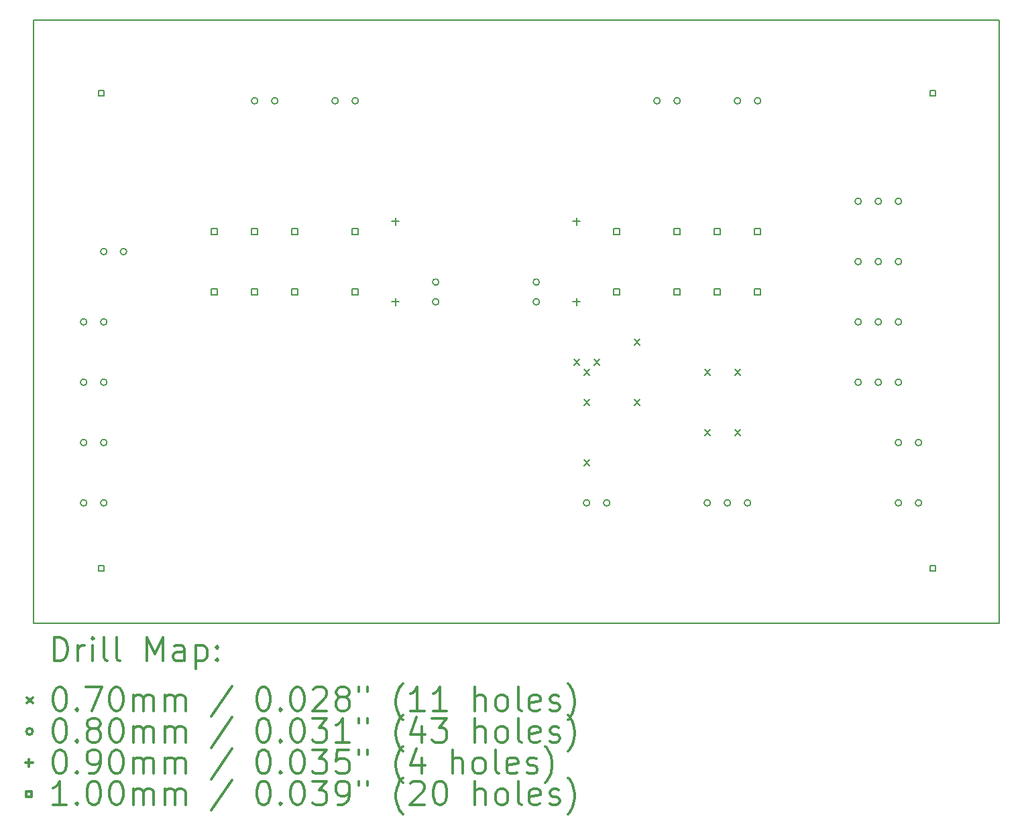
<source format=gbr>
%FSLAX45Y45*%
G04 Gerber Fmt 4.5, Leading zero omitted, Abs format (unit mm)*
G04 Created by KiCad (PCBNEW 4.0.7) date 02/11/18 09:34:28*
%MOMM*%
%LPD*%
G01*
G04 APERTURE LIST*
%ADD10C,0.127000*%
%ADD11C,0.150000*%
%ADD12C,0.200000*%
%ADD13C,0.300000*%
G04 APERTURE END LIST*
D10*
D11*
X21336000Y-5080000D02*
X9144000Y-5080000D01*
X21336000Y-12700000D02*
X21336000Y-5080000D01*
X9144000Y-12700000D02*
X21336000Y-12700000D01*
X9144000Y-5080000D02*
X9144000Y-12700000D01*
D12*
X15967000Y-9363000D02*
X16037000Y-9433000D01*
X16037000Y-9363000D02*
X15967000Y-9433000D01*
X16094000Y-9490000D02*
X16164000Y-9560000D01*
X16164000Y-9490000D02*
X16094000Y-9560000D01*
X16094000Y-9871000D02*
X16164000Y-9941000D01*
X16164000Y-9871000D02*
X16094000Y-9941000D01*
X16094000Y-10633000D02*
X16164000Y-10703000D01*
X16164000Y-10633000D02*
X16094000Y-10703000D01*
X16221000Y-9363000D02*
X16291000Y-9433000D01*
X16291000Y-9363000D02*
X16221000Y-9433000D01*
X16729000Y-9109000D02*
X16799000Y-9179000D01*
X16799000Y-9109000D02*
X16729000Y-9179000D01*
X16729000Y-9871000D02*
X16799000Y-9941000D01*
X16799000Y-9871000D02*
X16729000Y-9941000D01*
X17618000Y-9490000D02*
X17688000Y-9560000D01*
X17688000Y-9490000D02*
X17618000Y-9560000D01*
X17618000Y-10252000D02*
X17688000Y-10322000D01*
X17688000Y-10252000D02*
X17618000Y-10322000D01*
X17999000Y-9490000D02*
X18069000Y-9560000D01*
X18069000Y-9490000D02*
X17999000Y-9560000D01*
X17999000Y-10252000D02*
X18069000Y-10322000D01*
X18069000Y-10252000D02*
X17999000Y-10322000D01*
X9819000Y-8890000D02*
G75*
G03X9819000Y-8890000I-40000J0D01*
G01*
X9819000Y-9652000D02*
G75*
G03X9819000Y-9652000I-40000J0D01*
G01*
X9819000Y-10414000D02*
G75*
G03X9819000Y-10414000I-40000J0D01*
G01*
X9819000Y-11176000D02*
G75*
G03X9819000Y-11176000I-40000J0D01*
G01*
X10073000Y-8001000D02*
G75*
G03X10073000Y-8001000I-40000J0D01*
G01*
X10073000Y-8890000D02*
G75*
G03X10073000Y-8890000I-40000J0D01*
G01*
X10073000Y-9652000D02*
G75*
G03X10073000Y-9652000I-40000J0D01*
G01*
X10073000Y-10414000D02*
G75*
G03X10073000Y-10414000I-40000J0D01*
G01*
X10073000Y-11176000D02*
G75*
G03X10073000Y-11176000I-40000J0D01*
G01*
X10323000Y-8001000D02*
G75*
G03X10323000Y-8001000I-40000J0D01*
G01*
X11978000Y-6096000D02*
G75*
G03X11978000Y-6096000I-40000J0D01*
G01*
X12232000Y-6096000D02*
G75*
G03X12232000Y-6096000I-40000J0D01*
G01*
X12994000Y-6096000D02*
G75*
G03X12994000Y-6096000I-40000J0D01*
G01*
X13248000Y-6096000D02*
G75*
G03X13248000Y-6096000I-40000J0D01*
G01*
X14264000Y-8386000D02*
G75*
G03X14264000Y-8386000I-40000J0D01*
G01*
X14264000Y-8636000D02*
G75*
G03X14264000Y-8636000I-40000J0D01*
G01*
X15534000Y-8386000D02*
G75*
G03X15534000Y-8386000I-40000J0D01*
G01*
X15534000Y-8636000D02*
G75*
G03X15534000Y-8636000I-40000J0D01*
G01*
X16169000Y-11176000D02*
G75*
G03X16169000Y-11176000I-40000J0D01*
G01*
X16423000Y-11176000D02*
G75*
G03X16423000Y-11176000I-40000J0D01*
G01*
X17058000Y-6096000D02*
G75*
G03X17058000Y-6096000I-40000J0D01*
G01*
X17312000Y-6096000D02*
G75*
G03X17312000Y-6096000I-40000J0D01*
G01*
X17693000Y-11176000D02*
G75*
G03X17693000Y-11176000I-40000J0D01*
G01*
X17947000Y-11176000D02*
G75*
G03X17947000Y-11176000I-40000J0D01*
G01*
X18074000Y-6096000D02*
G75*
G03X18074000Y-6096000I-40000J0D01*
G01*
X18201000Y-11176000D02*
G75*
G03X18201000Y-11176000I-40000J0D01*
G01*
X18328000Y-6096000D02*
G75*
G03X18328000Y-6096000I-40000J0D01*
G01*
X19598000Y-7366000D02*
G75*
G03X19598000Y-7366000I-40000J0D01*
G01*
X19598000Y-8128000D02*
G75*
G03X19598000Y-8128000I-40000J0D01*
G01*
X19598000Y-8890000D02*
G75*
G03X19598000Y-8890000I-40000J0D01*
G01*
X19598000Y-9652000D02*
G75*
G03X19598000Y-9652000I-40000J0D01*
G01*
X19852000Y-7366000D02*
G75*
G03X19852000Y-7366000I-40000J0D01*
G01*
X19852000Y-8128000D02*
G75*
G03X19852000Y-8128000I-40000J0D01*
G01*
X19852000Y-8890000D02*
G75*
G03X19852000Y-8890000I-40000J0D01*
G01*
X19852000Y-9652000D02*
G75*
G03X19852000Y-9652000I-40000J0D01*
G01*
X20106000Y-7366000D02*
G75*
G03X20106000Y-7366000I-40000J0D01*
G01*
X20106000Y-8128000D02*
G75*
G03X20106000Y-8128000I-40000J0D01*
G01*
X20106000Y-8890000D02*
G75*
G03X20106000Y-8890000I-40000J0D01*
G01*
X20106000Y-9652000D02*
G75*
G03X20106000Y-9652000I-40000J0D01*
G01*
X20106000Y-10414000D02*
G75*
G03X20106000Y-10414000I-40000J0D01*
G01*
X20106000Y-11176000D02*
G75*
G03X20106000Y-11176000I-40000J0D01*
G01*
X20360000Y-10414000D02*
G75*
G03X20360000Y-10414000I-40000J0D01*
G01*
X20360000Y-11176000D02*
G75*
G03X20360000Y-11176000I-40000J0D01*
G01*
X13716000Y-7575000D02*
X13716000Y-7665000D01*
X13671000Y-7620000D02*
X13761000Y-7620000D01*
X13716000Y-8591000D02*
X13716000Y-8681000D01*
X13671000Y-8636000D02*
X13761000Y-8636000D01*
X16002000Y-7575000D02*
X16002000Y-7665000D01*
X15957000Y-7620000D02*
X16047000Y-7620000D01*
X16002000Y-8591000D02*
X16002000Y-8681000D01*
X15957000Y-8636000D02*
X16047000Y-8636000D01*
X10035356Y-6035356D02*
X10035356Y-5964644D01*
X9964644Y-5964644D01*
X9964644Y-6035356D01*
X10035356Y-6035356D01*
X10035356Y-12035356D02*
X10035356Y-11964644D01*
X9964644Y-11964644D01*
X9964644Y-12035356D01*
X10035356Y-12035356D01*
X11465356Y-7782356D02*
X11465356Y-7711644D01*
X11394644Y-7711644D01*
X11394644Y-7782356D01*
X11465356Y-7782356D01*
X11465356Y-8544356D02*
X11465356Y-8473644D01*
X11394644Y-8473644D01*
X11394644Y-8544356D01*
X11465356Y-8544356D01*
X11973356Y-7782356D02*
X11973356Y-7711644D01*
X11902644Y-7711644D01*
X11902644Y-7782356D01*
X11973356Y-7782356D01*
X11973356Y-8544356D02*
X11973356Y-8473644D01*
X11902644Y-8473644D01*
X11902644Y-8544356D01*
X11973356Y-8544356D01*
X12481356Y-7782356D02*
X12481356Y-7711644D01*
X12410644Y-7711644D01*
X12410644Y-7782356D01*
X12481356Y-7782356D01*
X12481356Y-8544356D02*
X12481356Y-8473644D01*
X12410644Y-8473644D01*
X12410644Y-8544356D01*
X12481356Y-8544356D01*
X13243356Y-7782356D02*
X13243356Y-7711644D01*
X13172644Y-7711644D01*
X13172644Y-7782356D01*
X13243356Y-7782356D01*
X13243356Y-8544356D02*
X13243356Y-8473644D01*
X13172644Y-8473644D01*
X13172644Y-8544356D01*
X13243356Y-8544356D01*
X16545356Y-7782356D02*
X16545356Y-7711644D01*
X16474644Y-7711644D01*
X16474644Y-7782356D01*
X16545356Y-7782356D01*
X16545356Y-8544356D02*
X16545356Y-8473644D01*
X16474644Y-8473644D01*
X16474644Y-8544356D01*
X16545356Y-8544356D01*
X17307356Y-7782356D02*
X17307356Y-7711644D01*
X17236644Y-7711644D01*
X17236644Y-7782356D01*
X17307356Y-7782356D01*
X17307356Y-8544356D02*
X17307356Y-8473644D01*
X17236644Y-8473644D01*
X17236644Y-8544356D01*
X17307356Y-8544356D01*
X17815356Y-7782356D02*
X17815356Y-7711644D01*
X17744644Y-7711644D01*
X17744644Y-7782356D01*
X17815356Y-7782356D01*
X17815356Y-8544356D02*
X17815356Y-8473644D01*
X17744644Y-8473644D01*
X17744644Y-8544356D01*
X17815356Y-8544356D01*
X18323356Y-7782356D02*
X18323356Y-7711644D01*
X18252644Y-7711644D01*
X18252644Y-7782356D01*
X18323356Y-7782356D01*
X18323356Y-8544356D02*
X18323356Y-8473644D01*
X18252644Y-8473644D01*
X18252644Y-8544356D01*
X18323356Y-8544356D01*
X20535356Y-6035356D02*
X20535356Y-5964644D01*
X20464644Y-5964644D01*
X20464644Y-6035356D01*
X20535356Y-6035356D01*
X20535356Y-12035356D02*
X20535356Y-11964644D01*
X20464644Y-11964644D01*
X20464644Y-12035356D01*
X20535356Y-12035356D01*
D13*
X9407929Y-13173214D02*
X9407929Y-12873214D01*
X9479357Y-12873214D01*
X9522214Y-12887500D01*
X9550786Y-12916071D01*
X9565071Y-12944643D01*
X9579357Y-13001786D01*
X9579357Y-13044643D01*
X9565071Y-13101786D01*
X9550786Y-13130357D01*
X9522214Y-13158929D01*
X9479357Y-13173214D01*
X9407929Y-13173214D01*
X9707929Y-13173214D02*
X9707929Y-12973214D01*
X9707929Y-13030357D02*
X9722214Y-13001786D01*
X9736500Y-12987500D01*
X9765071Y-12973214D01*
X9793643Y-12973214D01*
X9893643Y-13173214D02*
X9893643Y-12973214D01*
X9893643Y-12873214D02*
X9879357Y-12887500D01*
X9893643Y-12901786D01*
X9907929Y-12887500D01*
X9893643Y-12873214D01*
X9893643Y-12901786D01*
X10079357Y-13173214D02*
X10050786Y-13158929D01*
X10036500Y-13130357D01*
X10036500Y-12873214D01*
X10236500Y-13173214D02*
X10207929Y-13158929D01*
X10193643Y-13130357D01*
X10193643Y-12873214D01*
X10579357Y-13173214D02*
X10579357Y-12873214D01*
X10679357Y-13087500D01*
X10779357Y-12873214D01*
X10779357Y-13173214D01*
X11050786Y-13173214D02*
X11050786Y-13016071D01*
X11036500Y-12987500D01*
X11007929Y-12973214D01*
X10950786Y-12973214D01*
X10922214Y-12987500D01*
X11050786Y-13158929D02*
X11022214Y-13173214D01*
X10950786Y-13173214D01*
X10922214Y-13158929D01*
X10907929Y-13130357D01*
X10907929Y-13101786D01*
X10922214Y-13073214D01*
X10950786Y-13058929D01*
X11022214Y-13058929D01*
X11050786Y-13044643D01*
X11193643Y-12973214D02*
X11193643Y-13273214D01*
X11193643Y-12987500D02*
X11222214Y-12973214D01*
X11279357Y-12973214D01*
X11307928Y-12987500D01*
X11322214Y-13001786D01*
X11336500Y-13030357D01*
X11336500Y-13116071D01*
X11322214Y-13144643D01*
X11307928Y-13158929D01*
X11279357Y-13173214D01*
X11222214Y-13173214D01*
X11193643Y-13158929D01*
X11465071Y-13144643D02*
X11479357Y-13158929D01*
X11465071Y-13173214D01*
X11450786Y-13158929D01*
X11465071Y-13144643D01*
X11465071Y-13173214D01*
X11465071Y-12987500D02*
X11479357Y-13001786D01*
X11465071Y-13016071D01*
X11450786Y-13001786D01*
X11465071Y-12987500D01*
X11465071Y-13016071D01*
X9066500Y-13632500D02*
X9136500Y-13702500D01*
X9136500Y-13632500D02*
X9066500Y-13702500D01*
X9465071Y-13503214D02*
X9493643Y-13503214D01*
X9522214Y-13517500D01*
X9536500Y-13531786D01*
X9550786Y-13560357D01*
X9565071Y-13617500D01*
X9565071Y-13688929D01*
X9550786Y-13746071D01*
X9536500Y-13774643D01*
X9522214Y-13788929D01*
X9493643Y-13803214D01*
X9465071Y-13803214D01*
X9436500Y-13788929D01*
X9422214Y-13774643D01*
X9407929Y-13746071D01*
X9393643Y-13688929D01*
X9393643Y-13617500D01*
X9407929Y-13560357D01*
X9422214Y-13531786D01*
X9436500Y-13517500D01*
X9465071Y-13503214D01*
X9693643Y-13774643D02*
X9707929Y-13788929D01*
X9693643Y-13803214D01*
X9679357Y-13788929D01*
X9693643Y-13774643D01*
X9693643Y-13803214D01*
X9807928Y-13503214D02*
X10007928Y-13503214D01*
X9879357Y-13803214D01*
X10179357Y-13503214D02*
X10207929Y-13503214D01*
X10236500Y-13517500D01*
X10250786Y-13531786D01*
X10265071Y-13560357D01*
X10279357Y-13617500D01*
X10279357Y-13688929D01*
X10265071Y-13746071D01*
X10250786Y-13774643D01*
X10236500Y-13788929D01*
X10207929Y-13803214D01*
X10179357Y-13803214D01*
X10150786Y-13788929D01*
X10136500Y-13774643D01*
X10122214Y-13746071D01*
X10107929Y-13688929D01*
X10107929Y-13617500D01*
X10122214Y-13560357D01*
X10136500Y-13531786D01*
X10150786Y-13517500D01*
X10179357Y-13503214D01*
X10407929Y-13803214D02*
X10407929Y-13603214D01*
X10407929Y-13631786D02*
X10422214Y-13617500D01*
X10450786Y-13603214D01*
X10493643Y-13603214D01*
X10522214Y-13617500D01*
X10536500Y-13646071D01*
X10536500Y-13803214D01*
X10536500Y-13646071D02*
X10550786Y-13617500D01*
X10579357Y-13603214D01*
X10622214Y-13603214D01*
X10650786Y-13617500D01*
X10665071Y-13646071D01*
X10665071Y-13803214D01*
X10807929Y-13803214D02*
X10807929Y-13603214D01*
X10807929Y-13631786D02*
X10822214Y-13617500D01*
X10850786Y-13603214D01*
X10893643Y-13603214D01*
X10922214Y-13617500D01*
X10936500Y-13646071D01*
X10936500Y-13803214D01*
X10936500Y-13646071D02*
X10950786Y-13617500D01*
X10979357Y-13603214D01*
X11022214Y-13603214D01*
X11050786Y-13617500D01*
X11065071Y-13646071D01*
X11065071Y-13803214D01*
X11650786Y-13488929D02*
X11393643Y-13874643D01*
X12036500Y-13503214D02*
X12065071Y-13503214D01*
X12093643Y-13517500D01*
X12107928Y-13531786D01*
X12122214Y-13560357D01*
X12136500Y-13617500D01*
X12136500Y-13688929D01*
X12122214Y-13746071D01*
X12107928Y-13774643D01*
X12093643Y-13788929D01*
X12065071Y-13803214D01*
X12036500Y-13803214D01*
X12007928Y-13788929D01*
X11993643Y-13774643D01*
X11979357Y-13746071D01*
X11965071Y-13688929D01*
X11965071Y-13617500D01*
X11979357Y-13560357D01*
X11993643Y-13531786D01*
X12007928Y-13517500D01*
X12036500Y-13503214D01*
X12265071Y-13774643D02*
X12279357Y-13788929D01*
X12265071Y-13803214D01*
X12250786Y-13788929D01*
X12265071Y-13774643D01*
X12265071Y-13803214D01*
X12465071Y-13503214D02*
X12493643Y-13503214D01*
X12522214Y-13517500D01*
X12536500Y-13531786D01*
X12550785Y-13560357D01*
X12565071Y-13617500D01*
X12565071Y-13688929D01*
X12550785Y-13746071D01*
X12536500Y-13774643D01*
X12522214Y-13788929D01*
X12493643Y-13803214D01*
X12465071Y-13803214D01*
X12436500Y-13788929D01*
X12422214Y-13774643D01*
X12407928Y-13746071D01*
X12393643Y-13688929D01*
X12393643Y-13617500D01*
X12407928Y-13560357D01*
X12422214Y-13531786D01*
X12436500Y-13517500D01*
X12465071Y-13503214D01*
X12679357Y-13531786D02*
X12693643Y-13517500D01*
X12722214Y-13503214D01*
X12793643Y-13503214D01*
X12822214Y-13517500D01*
X12836500Y-13531786D01*
X12850785Y-13560357D01*
X12850785Y-13588929D01*
X12836500Y-13631786D01*
X12665071Y-13803214D01*
X12850785Y-13803214D01*
X13022214Y-13631786D02*
X12993643Y-13617500D01*
X12979357Y-13603214D01*
X12965071Y-13574643D01*
X12965071Y-13560357D01*
X12979357Y-13531786D01*
X12993643Y-13517500D01*
X13022214Y-13503214D01*
X13079357Y-13503214D01*
X13107928Y-13517500D01*
X13122214Y-13531786D01*
X13136500Y-13560357D01*
X13136500Y-13574643D01*
X13122214Y-13603214D01*
X13107928Y-13617500D01*
X13079357Y-13631786D01*
X13022214Y-13631786D01*
X12993643Y-13646071D01*
X12979357Y-13660357D01*
X12965071Y-13688929D01*
X12965071Y-13746071D01*
X12979357Y-13774643D01*
X12993643Y-13788929D01*
X13022214Y-13803214D01*
X13079357Y-13803214D01*
X13107928Y-13788929D01*
X13122214Y-13774643D01*
X13136500Y-13746071D01*
X13136500Y-13688929D01*
X13122214Y-13660357D01*
X13107928Y-13646071D01*
X13079357Y-13631786D01*
X13250786Y-13503214D02*
X13250786Y-13560357D01*
X13365071Y-13503214D02*
X13365071Y-13560357D01*
X13807928Y-13917500D02*
X13793643Y-13903214D01*
X13765071Y-13860357D01*
X13750785Y-13831786D01*
X13736500Y-13788929D01*
X13722214Y-13717500D01*
X13722214Y-13660357D01*
X13736500Y-13588929D01*
X13750785Y-13546071D01*
X13765071Y-13517500D01*
X13793643Y-13474643D01*
X13807928Y-13460357D01*
X14079357Y-13803214D02*
X13907928Y-13803214D01*
X13993643Y-13803214D02*
X13993643Y-13503214D01*
X13965071Y-13546071D01*
X13936500Y-13574643D01*
X13907928Y-13588929D01*
X14365071Y-13803214D02*
X14193643Y-13803214D01*
X14279357Y-13803214D02*
X14279357Y-13503214D01*
X14250785Y-13546071D01*
X14222214Y-13574643D01*
X14193643Y-13588929D01*
X14722214Y-13803214D02*
X14722214Y-13503214D01*
X14850785Y-13803214D02*
X14850785Y-13646071D01*
X14836500Y-13617500D01*
X14807928Y-13603214D01*
X14765071Y-13603214D01*
X14736500Y-13617500D01*
X14722214Y-13631786D01*
X15036500Y-13803214D02*
X15007928Y-13788929D01*
X14993643Y-13774643D01*
X14979357Y-13746071D01*
X14979357Y-13660357D01*
X14993643Y-13631786D01*
X15007928Y-13617500D01*
X15036500Y-13603214D01*
X15079357Y-13603214D01*
X15107928Y-13617500D01*
X15122214Y-13631786D01*
X15136500Y-13660357D01*
X15136500Y-13746071D01*
X15122214Y-13774643D01*
X15107928Y-13788929D01*
X15079357Y-13803214D01*
X15036500Y-13803214D01*
X15307928Y-13803214D02*
X15279357Y-13788929D01*
X15265071Y-13760357D01*
X15265071Y-13503214D01*
X15536500Y-13788929D02*
X15507928Y-13803214D01*
X15450786Y-13803214D01*
X15422214Y-13788929D01*
X15407928Y-13760357D01*
X15407928Y-13646071D01*
X15422214Y-13617500D01*
X15450786Y-13603214D01*
X15507928Y-13603214D01*
X15536500Y-13617500D01*
X15550786Y-13646071D01*
X15550786Y-13674643D01*
X15407928Y-13703214D01*
X15665071Y-13788929D02*
X15693643Y-13803214D01*
X15750786Y-13803214D01*
X15779357Y-13788929D01*
X15793643Y-13760357D01*
X15793643Y-13746071D01*
X15779357Y-13717500D01*
X15750786Y-13703214D01*
X15707928Y-13703214D01*
X15679357Y-13688929D01*
X15665071Y-13660357D01*
X15665071Y-13646071D01*
X15679357Y-13617500D01*
X15707928Y-13603214D01*
X15750786Y-13603214D01*
X15779357Y-13617500D01*
X15893643Y-13917500D02*
X15907928Y-13903214D01*
X15936500Y-13860357D01*
X15950786Y-13831786D01*
X15965071Y-13788929D01*
X15979357Y-13717500D01*
X15979357Y-13660357D01*
X15965071Y-13588929D01*
X15950786Y-13546071D01*
X15936500Y-13517500D01*
X15907928Y-13474643D01*
X15893643Y-13460357D01*
X9136500Y-14063500D02*
G75*
G03X9136500Y-14063500I-40000J0D01*
G01*
X9465071Y-13899214D02*
X9493643Y-13899214D01*
X9522214Y-13913500D01*
X9536500Y-13927786D01*
X9550786Y-13956357D01*
X9565071Y-14013500D01*
X9565071Y-14084929D01*
X9550786Y-14142071D01*
X9536500Y-14170643D01*
X9522214Y-14184929D01*
X9493643Y-14199214D01*
X9465071Y-14199214D01*
X9436500Y-14184929D01*
X9422214Y-14170643D01*
X9407929Y-14142071D01*
X9393643Y-14084929D01*
X9393643Y-14013500D01*
X9407929Y-13956357D01*
X9422214Y-13927786D01*
X9436500Y-13913500D01*
X9465071Y-13899214D01*
X9693643Y-14170643D02*
X9707929Y-14184929D01*
X9693643Y-14199214D01*
X9679357Y-14184929D01*
X9693643Y-14170643D01*
X9693643Y-14199214D01*
X9879357Y-14027786D02*
X9850786Y-14013500D01*
X9836500Y-13999214D01*
X9822214Y-13970643D01*
X9822214Y-13956357D01*
X9836500Y-13927786D01*
X9850786Y-13913500D01*
X9879357Y-13899214D01*
X9936500Y-13899214D01*
X9965071Y-13913500D01*
X9979357Y-13927786D01*
X9993643Y-13956357D01*
X9993643Y-13970643D01*
X9979357Y-13999214D01*
X9965071Y-14013500D01*
X9936500Y-14027786D01*
X9879357Y-14027786D01*
X9850786Y-14042071D01*
X9836500Y-14056357D01*
X9822214Y-14084929D01*
X9822214Y-14142071D01*
X9836500Y-14170643D01*
X9850786Y-14184929D01*
X9879357Y-14199214D01*
X9936500Y-14199214D01*
X9965071Y-14184929D01*
X9979357Y-14170643D01*
X9993643Y-14142071D01*
X9993643Y-14084929D01*
X9979357Y-14056357D01*
X9965071Y-14042071D01*
X9936500Y-14027786D01*
X10179357Y-13899214D02*
X10207929Y-13899214D01*
X10236500Y-13913500D01*
X10250786Y-13927786D01*
X10265071Y-13956357D01*
X10279357Y-14013500D01*
X10279357Y-14084929D01*
X10265071Y-14142071D01*
X10250786Y-14170643D01*
X10236500Y-14184929D01*
X10207929Y-14199214D01*
X10179357Y-14199214D01*
X10150786Y-14184929D01*
X10136500Y-14170643D01*
X10122214Y-14142071D01*
X10107929Y-14084929D01*
X10107929Y-14013500D01*
X10122214Y-13956357D01*
X10136500Y-13927786D01*
X10150786Y-13913500D01*
X10179357Y-13899214D01*
X10407929Y-14199214D02*
X10407929Y-13999214D01*
X10407929Y-14027786D02*
X10422214Y-14013500D01*
X10450786Y-13999214D01*
X10493643Y-13999214D01*
X10522214Y-14013500D01*
X10536500Y-14042071D01*
X10536500Y-14199214D01*
X10536500Y-14042071D02*
X10550786Y-14013500D01*
X10579357Y-13999214D01*
X10622214Y-13999214D01*
X10650786Y-14013500D01*
X10665071Y-14042071D01*
X10665071Y-14199214D01*
X10807929Y-14199214D02*
X10807929Y-13999214D01*
X10807929Y-14027786D02*
X10822214Y-14013500D01*
X10850786Y-13999214D01*
X10893643Y-13999214D01*
X10922214Y-14013500D01*
X10936500Y-14042071D01*
X10936500Y-14199214D01*
X10936500Y-14042071D02*
X10950786Y-14013500D01*
X10979357Y-13999214D01*
X11022214Y-13999214D01*
X11050786Y-14013500D01*
X11065071Y-14042071D01*
X11065071Y-14199214D01*
X11650786Y-13884929D02*
X11393643Y-14270643D01*
X12036500Y-13899214D02*
X12065071Y-13899214D01*
X12093643Y-13913500D01*
X12107928Y-13927786D01*
X12122214Y-13956357D01*
X12136500Y-14013500D01*
X12136500Y-14084929D01*
X12122214Y-14142071D01*
X12107928Y-14170643D01*
X12093643Y-14184929D01*
X12065071Y-14199214D01*
X12036500Y-14199214D01*
X12007928Y-14184929D01*
X11993643Y-14170643D01*
X11979357Y-14142071D01*
X11965071Y-14084929D01*
X11965071Y-14013500D01*
X11979357Y-13956357D01*
X11993643Y-13927786D01*
X12007928Y-13913500D01*
X12036500Y-13899214D01*
X12265071Y-14170643D02*
X12279357Y-14184929D01*
X12265071Y-14199214D01*
X12250786Y-14184929D01*
X12265071Y-14170643D01*
X12265071Y-14199214D01*
X12465071Y-13899214D02*
X12493643Y-13899214D01*
X12522214Y-13913500D01*
X12536500Y-13927786D01*
X12550785Y-13956357D01*
X12565071Y-14013500D01*
X12565071Y-14084929D01*
X12550785Y-14142071D01*
X12536500Y-14170643D01*
X12522214Y-14184929D01*
X12493643Y-14199214D01*
X12465071Y-14199214D01*
X12436500Y-14184929D01*
X12422214Y-14170643D01*
X12407928Y-14142071D01*
X12393643Y-14084929D01*
X12393643Y-14013500D01*
X12407928Y-13956357D01*
X12422214Y-13927786D01*
X12436500Y-13913500D01*
X12465071Y-13899214D01*
X12665071Y-13899214D02*
X12850785Y-13899214D01*
X12750785Y-14013500D01*
X12793643Y-14013500D01*
X12822214Y-14027786D01*
X12836500Y-14042071D01*
X12850785Y-14070643D01*
X12850785Y-14142071D01*
X12836500Y-14170643D01*
X12822214Y-14184929D01*
X12793643Y-14199214D01*
X12707928Y-14199214D01*
X12679357Y-14184929D01*
X12665071Y-14170643D01*
X13136500Y-14199214D02*
X12965071Y-14199214D01*
X13050785Y-14199214D02*
X13050785Y-13899214D01*
X13022214Y-13942071D01*
X12993643Y-13970643D01*
X12965071Y-13984929D01*
X13250786Y-13899214D02*
X13250786Y-13956357D01*
X13365071Y-13899214D02*
X13365071Y-13956357D01*
X13807928Y-14313500D02*
X13793643Y-14299214D01*
X13765071Y-14256357D01*
X13750785Y-14227786D01*
X13736500Y-14184929D01*
X13722214Y-14113500D01*
X13722214Y-14056357D01*
X13736500Y-13984929D01*
X13750785Y-13942071D01*
X13765071Y-13913500D01*
X13793643Y-13870643D01*
X13807928Y-13856357D01*
X14050785Y-13999214D02*
X14050785Y-14199214D01*
X13979357Y-13884929D02*
X13907928Y-14099214D01*
X14093643Y-14099214D01*
X14179357Y-13899214D02*
X14365071Y-13899214D01*
X14265071Y-14013500D01*
X14307928Y-14013500D01*
X14336500Y-14027786D01*
X14350785Y-14042071D01*
X14365071Y-14070643D01*
X14365071Y-14142071D01*
X14350785Y-14170643D01*
X14336500Y-14184929D01*
X14307928Y-14199214D01*
X14222214Y-14199214D01*
X14193643Y-14184929D01*
X14179357Y-14170643D01*
X14722214Y-14199214D02*
X14722214Y-13899214D01*
X14850785Y-14199214D02*
X14850785Y-14042071D01*
X14836500Y-14013500D01*
X14807928Y-13999214D01*
X14765071Y-13999214D01*
X14736500Y-14013500D01*
X14722214Y-14027786D01*
X15036500Y-14199214D02*
X15007928Y-14184929D01*
X14993643Y-14170643D01*
X14979357Y-14142071D01*
X14979357Y-14056357D01*
X14993643Y-14027786D01*
X15007928Y-14013500D01*
X15036500Y-13999214D01*
X15079357Y-13999214D01*
X15107928Y-14013500D01*
X15122214Y-14027786D01*
X15136500Y-14056357D01*
X15136500Y-14142071D01*
X15122214Y-14170643D01*
X15107928Y-14184929D01*
X15079357Y-14199214D01*
X15036500Y-14199214D01*
X15307928Y-14199214D02*
X15279357Y-14184929D01*
X15265071Y-14156357D01*
X15265071Y-13899214D01*
X15536500Y-14184929D02*
X15507928Y-14199214D01*
X15450786Y-14199214D01*
X15422214Y-14184929D01*
X15407928Y-14156357D01*
X15407928Y-14042071D01*
X15422214Y-14013500D01*
X15450786Y-13999214D01*
X15507928Y-13999214D01*
X15536500Y-14013500D01*
X15550786Y-14042071D01*
X15550786Y-14070643D01*
X15407928Y-14099214D01*
X15665071Y-14184929D02*
X15693643Y-14199214D01*
X15750786Y-14199214D01*
X15779357Y-14184929D01*
X15793643Y-14156357D01*
X15793643Y-14142071D01*
X15779357Y-14113500D01*
X15750786Y-14099214D01*
X15707928Y-14099214D01*
X15679357Y-14084929D01*
X15665071Y-14056357D01*
X15665071Y-14042071D01*
X15679357Y-14013500D01*
X15707928Y-13999214D01*
X15750786Y-13999214D01*
X15779357Y-14013500D01*
X15893643Y-14313500D02*
X15907928Y-14299214D01*
X15936500Y-14256357D01*
X15950786Y-14227786D01*
X15965071Y-14184929D01*
X15979357Y-14113500D01*
X15979357Y-14056357D01*
X15965071Y-13984929D01*
X15950786Y-13942071D01*
X15936500Y-13913500D01*
X15907928Y-13870643D01*
X15893643Y-13856357D01*
X9091500Y-14414500D02*
X9091500Y-14504500D01*
X9046500Y-14459500D02*
X9136500Y-14459500D01*
X9465071Y-14295214D02*
X9493643Y-14295214D01*
X9522214Y-14309500D01*
X9536500Y-14323786D01*
X9550786Y-14352357D01*
X9565071Y-14409500D01*
X9565071Y-14480929D01*
X9550786Y-14538071D01*
X9536500Y-14566643D01*
X9522214Y-14580929D01*
X9493643Y-14595214D01*
X9465071Y-14595214D01*
X9436500Y-14580929D01*
X9422214Y-14566643D01*
X9407929Y-14538071D01*
X9393643Y-14480929D01*
X9393643Y-14409500D01*
X9407929Y-14352357D01*
X9422214Y-14323786D01*
X9436500Y-14309500D01*
X9465071Y-14295214D01*
X9693643Y-14566643D02*
X9707929Y-14580929D01*
X9693643Y-14595214D01*
X9679357Y-14580929D01*
X9693643Y-14566643D01*
X9693643Y-14595214D01*
X9850786Y-14595214D02*
X9907928Y-14595214D01*
X9936500Y-14580929D01*
X9950786Y-14566643D01*
X9979357Y-14523786D01*
X9993643Y-14466643D01*
X9993643Y-14352357D01*
X9979357Y-14323786D01*
X9965071Y-14309500D01*
X9936500Y-14295214D01*
X9879357Y-14295214D01*
X9850786Y-14309500D01*
X9836500Y-14323786D01*
X9822214Y-14352357D01*
X9822214Y-14423786D01*
X9836500Y-14452357D01*
X9850786Y-14466643D01*
X9879357Y-14480929D01*
X9936500Y-14480929D01*
X9965071Y-14466643D01*
X9979357Y-14452357D01*
X9993643Y-14423786D01*
X10179357Y-14295214D02*
X10207929Y-14295214D01*
X10236500Y-14309500D01*
X10250786Y-14323786D01*
X10265071Y-14352357D01*
X10279357Y-14409500D01*
X10279357Y-14480929D01*
X10265071Y-14538071D01*
X10250786Y-14566643D01*
X10236500Y-14580929D01*
X10207929Y-14595214D01*
X10179357Y-14595214D01*
X10150786Y-14580929D01*
X10136500Y-14566643D01*
X10122214Y-14538071D01*
X10107929Y-14480929D01*
X10107929Y-14409500D01*
X10122214Y-14352357D01*
X10136500Y-14323786D01*
X10150786Y-14309500D01*
X10179357Y-14295214D01*
X10407929Y-14595214D02*
X10407929Y-14395214D01*
X10407929Y-14423786D02*
X10422214Y-14409500D01*
X10450786Y-14395214D01*
X10493643Y-14395214D01*
X10522214Y-14409500D01*
X10536500Y-14438071D01*
X10536500Y-14595214D01*
X10536500Y-14438071D02*
X10550786Y-14409500D01*
X10579357Y-14395214D01*
X10622214Y-14395214D01*
X10650786Y-14409500D01*
X10665071Y-14438071D01*
X10665071Y-14595214D01*
X10807929Y-14595214D02*
X10807929Y-14395214D01*
X10807929Y-14423786D02*
X10822214Y-14409500D01*
X10850786Y-14395214D01*
X10893643Y-14395214D01*
X10922214Y-14409500D01*
X10936500Y-14438071D01*
X10936500Y-14595214D01*
X10936500Y-14438071D02*
X10950786Y-14409500D01*
X10979357Y-14395214D01*
X11022214Y-14395214D01*
X11050786Y-14409500D01*
X11065071Y-14438071D01*
X11065071Y-14595214D01*
X11650786Y-14280929D02*
X11393643Y-14666643D01*
X12036500Y-14295214D02*
X12065071Y-14295214D01*
X12093643Y-14309500D01*
X12107928Y-14323786D01*
X12122214Y-14352357D01*
X12136500Y-14409500D01*
X12136500Y-14480929D01*
X12122214Y-14538071D01*
X12107928Y-14566643D01*
X12093643Y-14580929D01*
X12065071Y-14595214D01*
X12036500Y-14595214D01*
X12007928Y-14580929D01*
X11993643Y-14566643D01*
X11979357Y-14538071D01*
X11965071Y-14480929D01*
X11965071Y-14409500D01*
X11979357Y-14352357D01*
X11993643Y-14323786D01*
X12007928Y-14309500D01*
X12036500Y-14295214D01*
X12265071Y-14566643D02*
X12279357Y-14580929D01*
X12265071Y-14595214D01*
X12250786Y-14580929D01*
X12265071Y-14566643D01*
X12265071Y-14595214D01*
X12465071Y-14295214D02*
X12493643Y-14295214D01*
X12522214Y-14309500D01*
X12536500Y-14323786D01*
X12550785Y-14352357D01*
X12565071Y-14409500D01*
X12565071Y-14480929D01*
X12550785Y-14538071D01*
X12536500Y-14566643D01*
X12522214Y-14580929D01*
X12493643Y-14595214D01*
X12465071Y-14595214D01*
X12436500Y-14580929D01*
X12422214Y-14566643D01*
X12407928Y-14538071D01*
X12393643Y-14480929D01*
X12393643Y-14409500D01*
X12407928Y-14352357D01*
X12422214Y-14323786D01*
X12436500Y-14309500D01*
X12465071Y-14295214D01*
X12665071Y-14295214D02*
X12850785Y-14295214D01*
X12750785Y-14409500D01*
X12793643Y-14409500D01*
X12822214Y-14423786D01*
X12836500Y-14438071D01*
X12850785Y-14466643D01*
X12850785Y-14538071D01*
X12836500Y-14566643D01*
X12822214Y-14580929D01*
X12793643Y-14595214D01*
X12707928Y-14595214D01*
X12679357Y-14580929D01*
X12665071Y-14566643D01*
X13122214Y-14295214D02*
X12979357Y-14295214D01*
X12965071Y-14438071D01*
X12979357Y-14423786D01*
X13007928Y-14409500D01*
X13079357Y-14409500D01*
X13107928Y-14423786D01*
X13122214Y-14438071D01*
X13136500Y-14466643D01*
X13136500Y-14538071D01*
X13122214Y-14566643D01*
X13107928Y-14580929D01*
X13079357Y-14595214D01*
X13007928Y-14595214D01*
X12979357Y-14580929D01*
X12965071Y-14566643D01*
X13250786Y-14295214D02*
X13250786Y-14352357D01*
X13365071Y-14295214D02*
X13365071Y-14352357D01*
X13807928Y-14709500D02*
X13793643Y-14695214D01*
X13765071Y-14652357D01*
X13750785Y-14623786D01*
X13736500Y-14580929D01*
X13722214Y-14509500D01*
X13722214Y-14452357D01*
X13736500Y-14380929D01*
X13750785Y-14338071D01*
X13765071Y-14309500D01*
X13793643Y-14266643D01*
X13807928Y-14252357D01*
X14050785Y-14395214D02*
X14050785Y-14595214D01*
X13979357Y-14280929D02*
X13907928Y-14495214D01*
X14093643Y-14495214D01*
X14436500Y-14595214D02*
X14436500Y-14295214D01*
X14565071Y-14595214D02*
X14565071Y-14438071D01*
X14550785Y-14409500D01*
X14522214Y-14395214D01*
X14479357Y-14395214D01*
X14450785Y-14409500D01*
X14436500Y-14423786D01*
X14750785Y-14595214D02*
X14722214Y-14580929D01*
X14707928Y-14566643D01*
X14693643Y-14538071D01*
X14693643Y-14452357D01*
X14707928Y-14423786D01*
X14722214Y-14409500D01*
X14750785Y-14395214D01*
X14793643Y-14395214D01*
X14822214Y-14409500D01*
X14836500Y-14423786D01*
X14850785Y-14452357D01*
X14850785Y-14538071D01*
X14836500Y-14566643D01*
X14822214Y-14580929D01*
X14793643Y-14595214D01*
X14750785Y-14595214D01*
X15022214Y-14595214D02*
X14993643Y-14580929D01*
X14979357Y-14552357D01*
X14979357Y-14295214D01*
X15250786Y-14580929D02*
X15222214Y-14595214D01*
X15165071Y-14595214D01*
X15136500Y-14580929D01*
X15122214Y-14552357D01*
X15122214Y-14438071D01*
X15136500Y-14409500D01*
X15165071Y-14395214D01*
X15222214Y-14395214D01*
X15250786Y-14409500D01*
X15265071Y-14438071D01*
X15265071Y-14466643D01*
X15122214Y-14495214D01*
X15379357Y-14580929D02*
X15407928Y-14595214D01*
X15465071Y-14595214D01*
X15493643Y-14580929D01*
X15507928Y-14552357D01*
X15507928Y-14538071D01*
X15493643Y-14509500D01*
X15465071Y-14495214D01*
X15422214Y-14495214D01*
X15393643Y-14480929D01*
X15379357Y-14452357D01*
X15379357Y-14438071D01*
X15393643Y-14409500D01*
X15422214Y-14395214D01*
X15465071Y-14395214D01*
X15493643Y-14409500D01*
X15607928Y-14709500D02*
X15622214Y-14695214D01*
X15650786Y-14652357D01*
X15665071Y-14623786D01*
X15679357Y-14580929D01*
X15693643Y-14509500D01*
X15693643Y-14452357D01*
X15679357Y-14380929D01*
X15665071Y-14338071D01*
X15650786Y-14309500D01*
X15622214Y-14266643D01*
X15607928Y-14252357D01*
X9121856Y-14890856D02*
X9121856Y-14820144D01*
X9051144Y-14820144D01*
X9051144Y-14890856D01*
X9121856Y-14890856D01*
X9565071Y-14991214D02*
X9393643Y-14991214D01*
X9479357Y-14991214D02*
X9479357Y-14691214D01*
X9450786Y-14734071D01*
X9422214Y-14762643D01*
X9393643Y-14776929D01*
X9693643Y-14962643D02*
X9707929Y-14976929D01*
X9693643Y-14991214D01*
X9679357Y-14976929D01*
X9693643Y-14962643D01*
X9693643Y-14991214D01*
X9893643Y-14691214D02*
X9922214Y-14691214D01*
X9950786Y-14705500D01*
X9965071Y-14719786D01*
X9979357Y-14748357D01*
X9993643Y-14805500D01*
X9993643Y-14876929D01*
X9979357Y-14934071D01*
X9965071Y-14962643D01*
X9950786Y-14976929D01*
X9922214Y-14991214D01*
X9893643Y-14991214D01*
X9865071Y-14976929D01*
X9850786Y-14962643D01*
X9836500Y-14934071D01*
X9822214Y-14876929D01*
X9822214Y-14805500D01*
X9836500Y-14748357D01*
X9850786Y-14719786D01*
X9865071Y-14705500D01*
X9893643Y-14691214D01*
X10179357Y-14691214D02*
X10207929Y-14691214D01*
X10236500Y-14705500D01*
X10250786Y-14719786D01*
X10265071Y-14748357D01*
X10279357Y-14805500D01*
X10279357Y-14876929D01*
X10265071Y-14934071D01*
X10250786Y-14962643D01*
X10236500Y-14976929D01*
X10207929Y-14991214D01*
X10179357Y-14991214D01*
X10150786Y-14976929D01*
X10136500Y-14962643D01*
X10122214Y-14934071D01*
X10107929Y-14876929D01*
X10107929Y-14805500D01*
X10122214Y-14748357D01*
X10136500Y-14719786D01*
X10150786Y-14705500D01*
X10179357Y-14691214D01*
X10407929Y-14991214D02*
X10407929Y-14791214D01*
X10407929Y-14819786D02*
X10422214Y-14805500D01*
X10450786Y-14791214D01*
X10493643Y-14791214D01*
X10522214Y-14805500D01*
X10536500Y-14834071D01*
X10536500Y-14991214D01*
X10536500Y-14834071D02*
X10550786Y-14805500D01*
X10579357Y-14791214D01*
X10622214Y-14791214D01*
X10650786Y-14805500D01*
X10665071Y-14834071D01*
X10665071Y-14991214D01*
X10807929Y-14991214D02*
X10807929Y-14791214D01*
X10807929Y-14819786D02*
X10822214Y-14805500D01*
X10850786Y-14791214D01*
X10893643Y-14791214D01*
X10922214Y-14805500D01*
X10936500Y-14834071D01*
X10936500Y-14991214D01*
X10936500Y-14834071D02*
X10950786Y-14805500D01*
X10979357Y-14791214D01*
X11022214Y-14791214D01*
X11050786Y-14805500D01*
X11065071Y-14834071D01*
X11065071Y-14991214D01*
X11650786Y-14676929D02*
X11393643Y-15062643D01*
X12036500Y-14691214D02*
X12065071Y-14691214D01*
X12093643Y-14705500D01*
X12107928Y-14719786D01*
X12122214Y-14748357D01*
X12136500Y-14805500D01*
X12136500Y-14876929D01*
X12122214Y-14934071D01*
X12107928Y-14962643D01*
X12093643Y-14976929D01*
X12065071Y-14991214D01*
X12036500Y-14991214D01*
X12007928Y-14976929D01*
X11993643Y-14962643D01*
X11979357Y-14934071D01*
X11965071Y-14876929D01*
X11965071Y-14805500D01*
X11979357Y-14748357D01*
X11993643Y-14719786D01*
X12007928Y-14705500D01*
X12036500Y-14691214D01*
X12265071Y-14962643D02*
X12279357Y-14976929D01*
X12265071Y-14991214D01*
X12250786Y-14976929D01*
X12265071Y-14962643D01*
X12265071Y-14991214D01*
X12465071Y-14691214D02*
X12493643Y-14691214D01*
X12522214Y-14705500D01*
X12536500Y-14719786D01*
X12550785Y-14748357D01*
X12565071Y-14805500D01*
X12565071Y-14876929D01*
X12550785Y-14934071D01*
X12536500Y-14962643D01*
X12522214Y-14976929D01*
X12493643Y-14991214D01*
X12465071Y-14991214D01*
X12436500Y-14976929D01*
X12422214Y-14962643D01*
X12407928Y-14934071D01*
X12393643Y-14876929D01*
X12393643Y-14805500D01*
X12407928Y-14748357D01*
X12422214Y-14719786D01*
X12436500Y-14705500D01*
X12465071Y-14691214D01*
X12665071Y-14691214D02*
X12850785Y-14691214D01*
X12750785Y-14805500D01*
X12793643Y-14805500D01*
X12822214Y-14819786D01*
X12836500Y-14834071D01*
X12850785Y-14862643D01*
X12850785Y-14934071D01*
X12836500Y-14962643D01*
X12822214Y-14976929D01*
X12793643Y-14991214D01*
X12707928Y-14991214D01*
X12679357Y-14976929D01*
X12665071Y-14962643D01*
X12993643Y-14991214D02*
X13050785Y-14991214D01*
X13079357Y-14976929D01*
X13093643Y-14962643D01*
X13122214Y-14919786D01*
X13136500Y-14862643D01*
X13136500Y-14748357D01*
X13122214Y-14719786D01*
X13107928Y-14705500D01*
X13079357Y-14691214D01*
X13022214Y-14691214D01*
X12993643Y-14705500D01*
X12979357Y-14719786D01*
X12965071Y-14748357D01*
X12965071Y-14819786D01*
X12979357Y-14848357D01*
X12993643Y-14862643D01*
X13022214Y-14876929D01*
X13079357Y-14876929D01*
X13107928Y-14862643D01*
X13122214Y-14848357D01*
X13136500Y-14819786D01*
X13250786Y-14691214D02*
X13250786Y-14748357D01*
X13365071Y-14691214D02*
X13365071Y-14748357D01*
X13807928Y-15105500D02*
X13793643Y-15091214D01*
X13765071Y-15048357D01*
X13750785Y-15019786D01*
X13736500Y-14976929D01*
X13722214Y-14905500D01*
X13722214Y-14848357D01*
X13736500Y-14776929D01*
X13750785Y-14734071D01*
X13765071Y-14705500D01*
X13793643Y-14662643D01*
X13807928Y-14648357D01*
X13907928Y-14719786D02*
X13922214Y-14705500D01*
X13950785Y-14691214D01*
X14022214Y-14691214D01*
X14050785Y-14705500D01*
X14065071Y-14719786D01*
X14079357Y-14748357D01*
X14079357Y-14776929D01*
X14065071Y-14819786D01*
X13893643Y-14991214D01*
X14079357Y-14991214D01*
X14265071Y-14691214D02*
X14293643Y-14691214D01*
X14322214Y-14705500D01*
X14336500Y-14719786D01*
X14350785Y-14748357D01*
X14365071Y-14805500D01*
X14365071Y-14876929D01*
X14350785Y-14934071D01*
X14336500Y-14962643D01*
X14322214Y-14976929D01*
X14293643Y-14991214D01*
X14265071Y-14991214D01*
X14236500Y-14976929D01*
X14222214Y-14962643D01*
X14207928Y-14934071D01*
X14193643Y-14876929D01*
X14193643Y-14805500D01*
X14207928Y-14748357D01*
X14222214Y-14719786D01*
X14236500Y-14705500D01*
X14265071Y-14691214D01*
X14722214Y-14991214D02*
X14722214Y-14691214D01*
X14850785Y-14991214D02*
X14850785Y-14834071D01*
X14836500Y-14805500D01*
X14807928Y-14791214D01*
X14765071Y-14791214D01*
X14736500Y-14805500D01*
X14722214Y-14819786D01*
X15036500Y-14991214D02*
X15007928Y-14976929D01*
X14993643Y-14962643D01*
X14979357Y-14934071D01*
X14979357Y-14848357D01*
X14993643Y-14819786D01*
X15007928Y-14805500D01*
X15036500Y-14791214D01*
X15079357Y-14791214D01*
X15107928Y-14805500D01*
X15122214Y-14819786D01*
X15136500Y-14848357D01*
X15136500Y-14934071D01*
X15122214Y-14962643D01*
X15107928Y-14976929D01*
X15079357Y-14991214D01*
X15036500Y-14991214D01*
X15307928Y-14991214D02*
X15279357Y-14976929D01*
X15265071Y-14948357D01*
X15265071Y-14691214D01*
X15536500Y-14976929D02*
X15507928Y-14991214D01*
X15450786Y-14991214D01*
X15422214Y-14976929D01*
X15407928Y-14948357D01*
X15407928Y-14834071D01*
X15422214Y-14805500D01*
X15450786Y-14791214D01*
X15507928Y-14791214D01*
X15536500Y-14805500D01*
X15550786Y-14834071D01*
X15550786Y-14862643D01*
X15407928Y-14891214D01*
X15665071Y-14976929D02*
X15693643Y-14991214D01*
X15750786Y-14991214D01*
X15779357Y-14976929D01*
X15793643Y-14948357D01*
X15793643Y-14934071D01*
X15779357Y-14905500D01*
X15750786Y-14891214D01*
X15707928Y-14891214D01*
X15679357Y-14876929D01*
X15665071Y-14848357D01*
X15665071Y-14834071D01*
X15679357Y-14805500D01*
X15707928Y-14791214D01*
X15750786Y-14791214D01*
X15779357Y-14805500D01*
X15893643Y-15105500D02*
X15907928Y-15091214D01*
X15936500Y-15048357D01*
X15950786Y-15019786D01*
X15965071Y-14976929D01*
X15979357Y-14905500D01*
X15979357Y-14848357D01*
X15965071Y-14776929D01*
X15950786Y-14734071D01*
X15936500Y-14705500D01*
X15907928Y-14662643D01*
X15893643Y-14648357D01*
M02*

</source>
